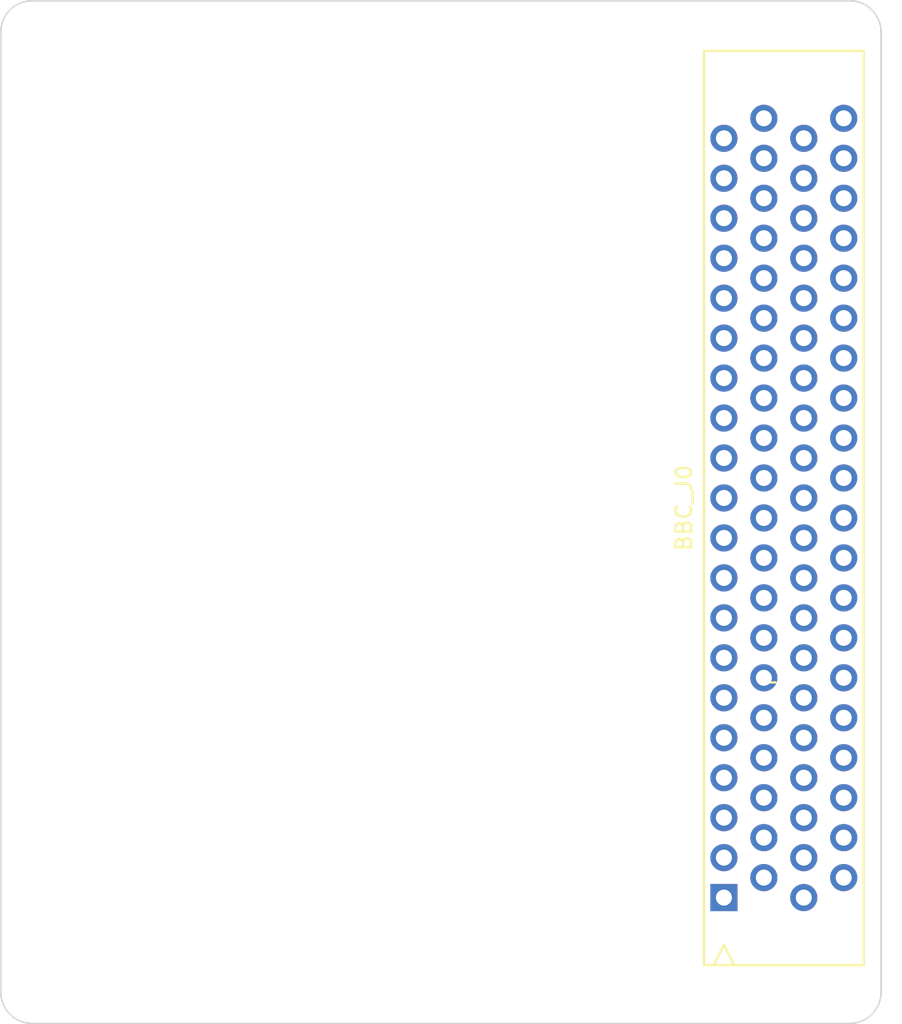
<source format=kicad_pcb>
(kicad_pcb (version 20171130) (host pcbnew 5.1.5+dfsg1-2build2)

  (general
    (thickness 1.6)
    (drawings 8)
    (tracks 0)
    (zones 0)
    (modules 1)
    (nets 71)
  )

  (page A4)
  (title_block
    (title "Democratic Sendcomm")
    (date 2020-11-20)
    (rev 0.9.0)
    (company "Europalab Devices")
    (comment 1 "Copyright © 2020, Europalab Devices")
    (comment 2 "Fulfilling requirements of 20200210")
    (comment 3 "Pending quality assurance testing")
    (comment 4 "Release revision for manufacturing")
  )

  (layers
    (0 F.Cu signal)
    (31 B.Cu signal)
    (32 B.Adhes user)
    (33 F.Adhes user)
    (34 B.Paste user)
    (35 F.Paste user)
    (36 B.SilkS user)
    (37 F.SilkS user)
    (38 B.Mask user)
    (39 F.Mask user)
    (40 Dwgs.User user)
    (41 Cmts.User user)
    (42 Eco1.User user)
    (43 Eco2.User user)
    (44 Edge.Cuts user)
    (45 Margin user)
    (46 B.CrtYd user)
    (47 F.CrtYd user)
    (48 B.Fab user)
    (49 F.Fab user)
  )

  (setup
    (last_trace_width 0.25)
    (trace_clearance 0.2)
    (zone_clearance 0.508)
    (zone_45_only no)
    (trace_min 0.2)
    (via_size 0.6)
    (via_drill 0.4)
    (via_min_size 0.4)
    (via_min_drill 0.3)
    (uvia_size 0.3)
    (uvia_drill 0.1)
    (uvias_allowed no)
    (uvia_min_size 0.2)
    (uvia_min_drill 0.1)
    (edge_width 0.00254)
    (segment_width 0.2)
    (pcb_text_width 0.3)
    (pcb_text_size 1.5 1.5)
    (mod_edge_width 0.15)
    (mod_text_size 1 1)
    (mod_text_width 0.15)
    (pad_size 1.7272 1.7272)
    (pad_drill 1.016)
    (pad_to_mask_clearance 0)
    (aux_axis_origin 0 0)
    (visible_elements 7FFFFFFF)
    (pcbplotparams
      (layerselection 0x01030_80000001)
      (usegerberextensions false)
      (usegerberattributes false)
      (usegerberadvancedattributes false)
      (creategerberjobfile false)
      (excludeedgelayer true)
      (linewidth 0.100000)
      (plotframeref false)
      (viasonmask false)
      (mode 1)
      (useauxorigin false)
      (hpglpennumber 1)
      (hpglpenspeed 20)
      (hpglpendiameter 15.000000)
      (psnegative false)
      (psa4output false)
      (plotreference true)
      (plotvalue true)
      (plotinvisibletext false)
      (padsonsilk false)
      (subtractmaskfromsilk false)
      (outputformat 4)
      (mirror false)
      (drillshape 0)
      (scaleselection 1)
      (outputdirectory ""))
  )

  (net 0 "")
  (net 1 GND)
  (net 2 +3V3)
  (net 3 EXT_UART_RX)
  (net 4 EXT_UART_TX)
  (net 5 "Net-(BBC_J0-Pad80)")
  (net 6 "Net-(BBC_J0-Pad78)")
  (net 7 "Net-(BBC_J0-Pad76)")
  (net 8 "Net-(BBC_J0-Pad74)")
  (net 9 "Net-(BBC_J0-Pad72)")
  (net 10 "Net-(BBC_J0-Pad70)")
  (net 11 "Net-(BBC_J0-Pad68)")
  (net 12 "Net-(BBC_J0-Pad66)")
  (net 13 "Net-(BBC_J0-Pad64)")
  (net 14 "Net-(BBC_J0-Pad62)")
  (net 15 "Net-(BBC_J0-Pad60)")
  (net 16 "Net-(BBC_J0-Pad58)")
  (net 17 "Net-(BBC_J0-Pad56)")
  (net 18 "Net-(BBC_J0-Pad54)")
  (net 19 "Net-(BBC_J0-Pad52)")
  (net 20 "Net-(BBC_J0-Pad50)")
  (net 21 "Net-(BBC_J0-Pad48)")
  (net 22 "Net-(BBC_J0-Pad46)")
  (net 23 "Net-(BBC_J0-Pad43)")
  (net 24 "Net-(BBC_J0-Pad47)")
  (net 25 "Net-(BBC_J0-Pad51)")
  (net 26 "Net-(BBC_J0-Pad55)")
  (net 27 "Net-(BBC_J0-Pad59)")
  (net 28 "Net-(BBC_J0-Pad63)")
  (net 29 "Net-(BBC_J0-Pad67)")
  (net 30 "Net-(BBC_J0-Pad71)")
  (net 31 "Net-(BBC_J0-Pad75)")
  (net 32 "Net-(BBC_J0-Pad79)")
  (net 33 "Net-(BBC_J0-Pad45)")
  (net 34 "Net-(BBC_J0-Pad49)")
  (net 35 "Net-(BBC_J0-Pad53)")
  (net 36 "Net-(BBC_J0-Pad57)")
  (net 37 "Net-(BBC_J0-Pad65)")
  (net 38 "Net-(BBC_J0-Pad69)")
  (net 39 "Net-(BBC_J0-Pad73)")
  (net 40 "Net-(BBC_J0-Pad44)")
  (net 41 "Net-(BBC_J0-Pad4)")
  (net 42 "Net-(BBC_J0-Pad2)")
  (net 43 "Net-(BBC_J0-Pad41)")
  (net 44 "Net-(BBC_J0-Pad37)")
  (net 45 "Net-(BBC_J0-Pad33)")
  (net 46 "Net-(BBC_J0-Pad29)")
  (net 47 "Net-(BBC_J0-Pad13)")
  (net 48 "Net-(BBC_J0-Pad39)")
  (net 49 "Net-(BBC_J0-Pad35)")
  (net 50 "Net-(BBC_J0-Pad31)")
  (net 51 "Net-(BBC_J0-Pad15)")
  (net 52 "Net-(BBC_J0-Pad6)")
  (net 53 "Net-(BBC_J0-Pad8)")
  (net 54 "Net-(BBC_J0-Pad10)")
  (net 55 "Net-(BBC_J0-Pad12)")
  (net 56 "Net-(BBC_J0-Pad14)")
  (net 57 "Net-(BBC_J0-Pad16)")
  (net 58 "Net-(BBC_J0-Pad18)")
  (net 59 "Net-(BBC_J0-Pad20)")
  (net 60 "Net-(BBC_J0-Pad22)")
  (net 61 "Net-(BBC_J0-Pad24)")
  (net 62 "Net-(BBC_J0-Pad26)")
  (net 63 "Net-(BBC_J0-Pad28)")
  (net 64 "Net-(BBC_J0-Pad30)")
  (net 65 "Net-(BBC_J0-Pad32)")
  (net 66 "Net-(BBC_J0-Pad34)")
  (net 67 "Net-(BBC_J0-Pad36)")
  (net 68 "Net-(BBC_J0-Pad38)")
  (net 69 "Net-(BBC_J0-Pad40)")
  (net 70 "Net-(BBC_J0-Pad42)")

  (net_class Default "This is the default net class."
    (clearance 0.2)
    (trace_width 0.25)
    (via_dia 0.6)
    (via_drill 0.4)
    (uvia_dia 0.3)
    (uvia_drill 0.1)
    (add_net +3V3)
    (add_net EXT_UART_RX)
    (add_net EXT_UART_TX)
    (add_net GND)
    (add_net "Net-(BBC_J0-Pad10)")
    (add_net "Net-(BBC_J0-Pad12)")
    (add_net "Net-(BBC_J0-Pad13)")
    (add_net "Net-(BBC_J0-Pad14)")
    (add_net "Net-(BBC_J0-Pad15)")
    (add_net "Net-(BBC_J0-Pad16)")
    (add_net "Net-(BBC_J0-Pad18)")
    (add_net "Net-(BBC_J0-Pad2)")
    (add_net "Net-(BBC_J0-Pad20)")
    (add_net "Net-(BBC_J0-Pad22)")
    (add_net "Net-(BBC_J0-Pad24)")
    (add_net "Net-(BBC_J0-Pad26)")
    (add_net "Net-(BBC_J0-Pad28)")
    (add_net "Net-(BBC_J0-Pad29)")
    (add_net "Net-(BBC_J0-Pad30)")
    (add_net "Net-(BBC_J0-Pad31)")
    (add_net "Net-(BBC_J0-Pad32)")
    (add_net "Net-(BBC_J0-Pad33)")
    (add_net "Net-(BBC_J0-Pad34)")
    (add_net "Net-(BBC_J0-Pad35)")
    (add_net "Net-(BBC_J0-Pad36)")
    (add_net "Net-(BBC_J0-Pad37)")
    (add_net "Net-(BBC_J0-Pad38)")
    (add_net "Net-(BBC_J0-Pad39)")
    (add_net "Net-(BBC_J0-Pad4)")
    (add_net "Net-(BBC_J0-Pad40)")
    (add_net "Net-(BBC_J0-Pad41)")
    (add_net "Net-(BBC_J0-Pad42)")
    (add_net "Net-(BBC_J0-Pad43)")
    (add_net "Net-(BBC_J0-Pad44)")
    (add_net "Net-(BBC_J0-Pad45)")
    (add_net "Net-(BBC_J0-Pad46)")
    (add_net "Net-(BBC_J0-Pad47)")
    (add_net "Net-(BBC_J0-Pad48)")
    (add_net "Net-(BBC_J0-Pad49)")
    (add_net "Net-(BBC_J0-Pad50)")
    (add_net "Net-(BBC_J0-Pad51)")
    (add_net "Net-(BBC_J0-Pad52)")
    (add_net "Net-(BBC_J0-Pad53)")
    (add_net "Net-(BBC_J0-Pad54)")
    (add_net "Net-(BBC_J0-Pad55)")
    (add_net "Net-(BBC_J0-Pad56)")
    (add_net "Net-(BBC_J0-Pad57)")
    (add_net "Net-(BBC_J0-Pad58)")
    (add_net "Net-(BBC_J0-Pad59)")
    (add_net "Net-(BBC_J0-Pad6)")
    (add_net "Net-(BBC_J0-Pad60)")
    (add_net "Net-(BBC_J0-Pad62)")
    (add_net "Net-(BBC_J0-Pad63)")
    (add_net "Net-(BBC_J0-Pad64)")
    (add_net "Net-(BBC_J0-Pad65)")
    (add_net "Net-(BBC_J0-Pad66)")
    (add_net "Net-(BBC_J0-Pad67)")
    (add_net "Net-(BBC_J0-Pad68)")
    (add_net "Net-(BBC_J0-Pad69)")
    (add_net "Net-(BBC_J0-Pad70)")
    (add_net "Net-(BBC_J0-Pad71)")
    (add_net "Net-(BBC_J0-Pad72)")
    (add_net "Net-(BBC_J0-Pad73)")
    (add_net "Net-(BBC_J0-Pad74)")
    (add_net "Net-(BBC_J0-Pad75)")
    (add_net "Net-(BBC_J0-Pad76)")
    (add_net "Net-(BBC_J0-Pad78)")
    (add_net "Net-(BBC_J0-Pad79)")
    (add_net "Net-(BBC_J0-Pad8)")
    (add_net "Net-(BBC_J0-Pad80)")
  )

  (module Elabdev:BBCMicrobit_Edge_Conn (layer F.Cu) (tedit 58F39FBE) (tstamp 5FC725D7)
    (at 166 127 90)
    (descr "BBC micro:bit vertical edge connector")
    (tags "bbc microbit edge connector vertical")
    (path /5FC734AC/5FC74F3E)
    (fp_text reference BBC_J0 (at 24.765 -2.54 90) (layer F.SilkS)
      (effects (font (size 1 1) (thickness 0.15)))
    )
    (fp_text value Microbit_Edge_Conn (at 24.8 10.5 90) (layer F.Fab)
      (effects (font (size 1 1) (thickness 0.15)))
    )
    (fp_line (start -2.27 0.09) (end -3.67 0.79) (layer F.Fab) (width 0.1))
    (fp_line (start -3.68 -0.62) (end -2.28 0.08) (layer F.Fab) (width 0.1))
    (fp_line (start -3.69 8.25) (end -3.69 -0.63) (layer F.Fab) (width 0.1))
    (fp_line (start 53.21 8.25) (end -3.69 8.25) (layer F.Fab) (width 0.1))
    (fp_line (start 53.21 -0.63) (end 53.21 8.25) (layer F.Fab) (width 0.1))
    (fp_line (start -3.69 -0.63) (end 53.21 -0.63) (layer F.Fab) (width 0.1))
    (fp_text user %R (at 24.765 3.81 90) (layer F.Fab)
      (effects (font (size 1 1) (thickness 0.15)))
    )
    (fp_line (start -4.3 -1.27) (end -4.3 8.89) (layer F.CrtYd) (width 0.05))
    (fp_line (start -4.3 8.89) (end 53.82 8.89) (layer F.CrtYd) (width 0.05))
    (fp_line (start 53.82 8.89) (end 53.82 -1.27) (layer F.CrtYd) (width 0.05))
    (fp_line (start 53.82 -1.27) (end -4.3 -1.27) (layer F.CrtYd) (width 0.05))
    (fp_line (start -4.27 -0.635) (end -3 0) (layer F.SilkS) (width 0.15))
    (fp_line (start -3 0) (end -4.27 0.635) (layer F.SilkS) (width 0.15))
    (fp_line (start 53.82 8.89) (end -4.3 8.89) (layer F.SilkS) (width 0.15))
    (fp_line (start -4.3 8.89) (end -4.3 -1.27) (layer F.SilkS) (width 0.15))
    (fp_line (start -4.3 -1.27) (end 53.82 -1.27) (layer F.SilkS) (width 0.15))
    (fp_line (start 53.82 -1.27) (end 53.82 8.89) (layer F.SilkS) (width 0.15))
    (fp_line (start 13.68 2.73) (end 13.68 3.28) (layer F.SilkS) (width 0.15))
    (pad 80 thru_hole oval (at 49.53 7.62 90) (size 1.7272 1.7272) (drill 1.016) (layers *.Cu *.Mask)
      (net 5 "Net-(BBC_J0-Pad80)"))
    (pad 78 thru_hole oval (at 48.26 5.08 90) (size 1.7272 1.7272) (drill 1.016) (layers *.Cu *.Mask)
      (net 6 "Net-(BBC_J0-Pad78)"))
    (pad 76 thru_hole oval (at 46.99 7.62 90) (size 1.7272 1.7272) (drill 1.016) (layers *.Cu *.Mask)
      (net 7 "Net-(BBC_J0-Pad76)"))
    (pad 74 thru_hole oval (at 45.72 5.08 90) (size 1.7272 1.7272) (drill 1.016) (layers *.Cu *.Mask)
      (net 8 "Net-(BBC_J0-Pad74)"))
    (pad 72 thru_hole oval (at 44.45 7.62 90) (size 1.7272 1.7272) (drill 1.016) (layers *.Cu *.Mask)
      (net 9 "Net-(BBC_J0-Pad72)"))
    (pad 70 thru_hole oval (at 43.18 5.08 90) (size 1.7272 1.7272) (drill 1.016) (layers *.Cu *.Mask)
      (net 10 "Net-(BBC_J0-Pad70)"))
    (pad 68 thru_hole oval (at 41.91 7.62 90) (size 1.7272 1.7272) (drill 1.016) (layers *.Cu *.Mask)
      (net 11 "Net-(BBC_J0-Pad68)"))
    (pad 66 thru_hole oval (at 40.64 5.08 90) (size 1.7272 1.7272) (drill 1.016) (layers *.Cu *.Mask)
      (net 12 "Net-(BBC_J0-Pad66)"))
    (pad 64 thru_hole oval (at 39.37 7.62 90) (size 1.7272 1.7272) (drill 1.016) (layers *.Cu *.Mask)
      (net 13 "Net-(BBC_J0-Pad64)"))
    (pad 62 thru_hole oval (at 38.1 5.08 90) (size 1.7272 1.7272) (drill 1.016) (layers *.Cu *.Mask)
      (net 14 "Net-(BBC_J0-Pad62)"))
    (pad 60 thru_hole oval (at 36.83 7.62 90) (size 1.7272 1.7272) (drill 1.016) (layers *.Cu *.Mask)
      (net 15 "Net-(BBC_J0-Pad60)"))
    (pad 58 thru_hole oval (at 35.56 5.08 90) (size 1.7272 1.7272) (drill 1.016) (layers *.Cu *.Mask)
      (net 16 "Net-(BBC_J0-Pad58)"))
    (pad 56 thru_hole oval (at 34.29 7.62 90) (size 1.7272 1.7272) (drill 1.016) (layers *.Cu *.Mask)
      (net 17 "Net-(BBC_J0-Pad56)"))
    (pad 54 thru_hole oval (at 33.02 5.08 90) (size 1.7272 1.7272) (drill 1.016) (layers *.Cu *.Mask)
      (net 18 "Net-(BBC_J0-Pad54)"))
    (pad 52 thru_hole oval (at 31.75 7.62 90) (size 1.7272 1.7272) (drill 1.016) (layers *.Cu *.Mask)
      (net 19 "Net-(BBC_J0-Pad52)"))
    (pad 50 thru_hole oval (at 30.48 5.08 90) (size 1.7272 1.7272) (drill 1.016) (layers *.Cu *.Mask)
      (net 20 "Net-(BBC_J0-Pad50)"))
    (pad 48 thru_hole oval (at 29.21 7.62 90) (size 1.7272 1.7272) (drill 1.016) (layers *.Cu *.Mask)
      (net 21 "Net-(BBC_J0-Pad48)"))
    (pad 46 thru_hole oval (at 27.94 5.08 90) (size 1.7272 1.7272) (drill 1.016) (layers *.Cu *.Mask)
      (net 22 "Net-(BBC_J0-Pad46)"))
    (pad 43 thru_hole oval (at 26.67 2.54 90) (size 1.7272 1.7272) (drill 1.016) (layers *.Cu *.Mask)
      (net 23 "Net-(BBC_J0-Pad43)"))
    (pad 47 thru_hole oval (at 29.21 2.54 90) (size 1.7272 1.7272) (drill 1.016) (layers *.Cu *.Mask)
      (net 24 "Net-(BBC_J0-Pad47)"))
    (pad 51 thru_hole oval (at 31.75 2.54 90) (size 1.7272 1.7272) (drill 1.016) (layers *.Cu *.Mask)
      (net 25 "Net-(BBC_J0-Pad51)"))
    (pad 55 thru_hole oval (at 34.29 2.54 90) (size 1.7272 1.7272) (drill 1.016) (layers *.Cu *.Mask)
      (net 26 "Net-(BBC_J0-Pad55)"))
    (pad 59 thru_hole oval (at 36.83 2.54 90) (size 1.7272 1.7272) (drill 1.016) (layers *.Cu *.Mask)
      (net 27 "Net-(BBC_J0-Pad59)"))
    (pad 63 thru_hole oval (at 39.37 2.54 90) (size 1.7272 1.7272) (drill 1.016) (layers *.Cu *.Mask)
      (net 28 "Net-(BBC_J0-Pad63)"))
    (pad 67 thru_hole oval (at 41.91 2.54 90) (size 1.7272 1.7272) (drill 1.016) (layers *.Cu *.Mask)
      (net 29 "Net-(BBC_J0-Pad67)"))
    (pad 71 thru_hole oval (at 44.45 2.54 90) (size 1.7272 1.7272) (drill 1.016) (layers *.Cu *.Mask)
      (net 30 "Net-(BBC_J0-Pad71)"))
    (pad 75 thru_hole oval (at 46.99 2.54 90) (size 1.7272 1.7272) (drill 1.016) (layers *.Cu *.Mask)
      (net 31 "Net-(BBC_J0-Pad75)"))
    (pad 79 thru_hole oval (at 49.53 2.54 90) (size 1.7272 1.7272) (drill 1.016) (layers *.Cu *.Mask)
      (net 32 "Net-(BBC_J0-Pad79)"))
    (pad 45 thru_hole oval (at 27.94 0 90) (size 1.7272 1.7272) (drill 1.016) (layers *.Cu *.Mask)
      (net 33 "Net-(BBC_J0-Pad45)"))
    (pad 49 thru_hole oval (at 30.48 0 90) (size 1.7272 1.7272) (drill 1.016) (layers *.Cu *.Mask)
      (net 34 "Net-(BBC_J0-Pad49)"))
    (pad 53 thru_hole oval (at 33.02 0 90) (size 1.7272 1.7272) (drill 1.016) (layers *.Cu *.Mask)
      (net 35 "Net-(BBC_J0-Pad53)"))
    (pad 57 thru_hole oval (at 35.56 0 90) (size 1.7272 1.7272) (drill 1.016) (layers *.Cu *.Mask)
      (net 36 "Net-(BBC_J0-Pad57)"))
    (pad 61 thru_hole oval (at 38.1 0 90) (size 1.7272 1.7272) (drill 1.016) (layers *.Cu *.Mask)
      (net 4 EXT_UART_TX))
    (pad 65 thru_hole oval (at 40.64 0 90) (size 1.7272 1.7272) (drill 1.016) (layers *.Cu *.Mask)
      (net 37 "Net-(BBC_J0-Pad65)"))
    (pad 69 thru_hole oval (at 43.18 0 90) (size 1.7272 1.7272) (drill 1.016) (layers *.Cu *.Mask)
      (net 38 "Net-(BBC_J0-Pad69)"))
    (pad 73 thru_hole oval (at 45.72 0 90) (size 1.7272 1.7272) (drill 1.016) (layers *.Cu *.Mask)
      (net 39 "Net-(BBC_J0-Pad73)"))
    (pad 77 thru_hole oval (at 48.26 0 90) (size 1.7272 1.7272) (drill 1.016) (layers *.Cu *.Mask)
      (net 3 EXT_UART_RX))
    (pad 44 thru_hole oval (at 26.67 7.62 90) (size 1.7272 1.7272) (drill 1.016) (layers *.Cu *.Mask)
      (net 40 "Net-(BBC_J0-Pad44)"))
    (pad 4 thru_hole oval (at 1.27 7.62 90) (size 1.7272 1.7272) (drill 1.016) (layers *.Cu *.Mask)
      (net 41 "Net-(BBC_J0-Pad4)"))
    (pad 2 thru_hole oval (at 0 5.08 90) (size 1.7272 1.7272) (drill 1.016) (layers *.Cu *.Mask)
      (net 42 "Net-(BBC_J0-Pad2)"))
    (pad 41 thru_hole oval (at 25.4 0 90) (size 1.7272 1.7272) (drill 1.016) (layers *.Cu *.Mask)
      (net 43 "Net-(BBC_J0-Pad41)"))
    (pad 37 thru_hole oval (at 22.86 0 90) (size 1.7272 1.7272) (drill 1.016) (layers *.Cu *.Mask)
      (net 44 "Net-(BBC_J0-Pad37)"))
    (pad 33 thru_hole oval (at 20.32 0 90) (size 1.7272 1.7272) (drill 1.016) (layers *.Cu *.Mask)
      (net 45 "Net-(BBC_J0-Pad33)"))
    (pad 29 thru_hole oval (at 17.78 0 90) (size 1.7272 1.7272) (drill 1.016) (layers *.Cu *.Mask)
      (net 46 "Net-(BBC_J0-Pad29)"))
    (pad 25 thru_hole oval (at 15.24 0 90) (size 1.7272 1.7272) (drill 1.016) (layers *.Cu *.Mask)
      (net 2 +3V3))
    (pad 21 thru_hole oval (at 12.7 0 90) (size 1.7272 1.7272) (drill 1.016) (layers *.Cu *.Mask)
      (net 2 +3V3))
    (pad 17 thru_hole oval (at 10.16 0 90) (size 1.7272 1.7272) (drill 1.016) (layers *.Cu *.Mask)
      (net 2 +3V3))
    (pad 13 thru_hole oval (at 7.62 0 90) (size 1.7272 1.7272) (drill 1.016) (layers *.Cu *.Mask)
      (net 47 "Net-(BBC_J0-Pad13)"))
    (pad 9 thru_hole oval (at 5.08 0 90) (size 1.7272 1.7272) (drill 1.016) (layers *.Cu *.Mask)
      (net 1 GND))
    (pad 5 thru_hole oval (at 2.54 0 90) (size 1.7272 1.7272) (drill 1.016) (layers *.Cu *.Mask)
      (net 1 GND))
    (pad 39 thru_hole oval (at 24.13 2.54 90) (size 1.7272 1.7272) (drill 1.016) (layers *.Cu *.Mask)
      (net 48 "Net-(BBC_J0-Pad39)"))
    (pad 35 thru_hole oval (at 21.59 2.54 90) (size 1.7272 1.7272) (drill 1.016) (layers *.Cu *.Mask)
      (net 49 "Net-(BBC_J0-Pad35)"))
    (pad 31 thru_hole oval (at 19.05 2.54 90) (size 1.7272 1.7272) (drill 1.016) (layers *.Cu *.Mask)
      (net 50 "Net-(BBC_J0-Pad31)"))
    (pad 27 thru_hole oval (at 16.51 2.54 90) (size 1.7272 1.7272) (drill 1.016) (layers *.Cu *.Mask)
      (net 2 +3V3))
    (pad 23 thru_hole oval (at 13.97 2.54 90) (size 1.7272 1.7272) (drill 1.016) (layers *.Cu *.Mask)
      (net 2 +3V3))
    (pad 19 thru_hole oval (at 11.43 2.54 90) (size 1.7272 1.7272) (drill 1.016) (layers *.Cu *.Mask)
      (net 2 +3V3))
    (pad 15 thru_hole oval (at 8.89 2.54 90) (size 1.7272 1.7272) (drill 1.016) (layers *.Cu *.Mask)
      (net 51 "Net-(BBC_J0-Pad15)"))
    (pad 11 thru_hole oval (at 6.35 2.54 90) (size 1.7272 1.7272) (drill 1.016) (layers *.Cu *.Mask)
      (net 1 GND))
    (pad 7 thru_hole oval (at 3.81 2.54 90) (size 1.7272 1.7272) (drill 1.016) (layers *.Cu *.Mask)
      (net 1 GND))
    (pad 3 thru_hole oval (at 1.27 2.54 90) (size 1.7272 1.7272) (drill 1.016) (layers *.Cu *.Mask)
      (net 1 GND))
    (pad 1 thru_hole rect (at 0 0 90) (size 1.7272 1.7272) (drill 1.016) (layers *.Cu *.Mask)
      (net 1 GND))
    (pad 6 thru_hole oval (at 2.54 5.08 90) (size 1.7272 1.7272) (drill 1.016) (layers *.Cu *.Mask)
      (net 52 "Net-(BBC_J0-Pad6)"))
    (pad 8 thru_hole oval (at 3.81 7.62 90) (size 1.7272 1.7272) (drill 1.016) (layers *.Cu *.Mask)
      (net 53 "Net-(BBC_J0-Pad8)"))
    (pad 10 thru_hole oval (at 5.08 5.08 90) (size 1.7272 1.7272) (drill 1.016) (layers *.Cu *.Mask)
      (net 54 "Net-(BBC_J0-Pad10)"))
    (pad 12 thru_hole oval (at 6.35 7.62 90) (size 1.7272 1.7272) (drill 1.016) (layers *.Cu *.Mask)
      (net 55 "Net-(BBC_J0-Pad12)"))
    (pad 14 thru_hole oval (at 7.62 5.08 90) (size 1.7272 1.7272) (drill 1.016) (layers *.Cu *.Mask)
      (net 56 "Net-(BBC_J0-Pad14)"))
    (pad 16 thru_hole oval (at 8.89 7.62 90) (size 1.7272 1.7272) (drill 1.016) (layers *.Cu *.Mask)
      (net 57 "Net-(BBC_J0-Pad16)"))
    (pad 18 thru_hole oval (at 10.16 5.08 90) (size 1.7272 1.7272) (drill 1.016) (layers *.Cu *.Mask)
      (net 58 "Net-(BBC_J0-Pad18)"))
    (pad 20 thru_hole oval (at 11.43 7.62 90) (size 1.7272 1.7272) (drill 1.016) (layers *.Cu *.Mask)
      (net 59 "Net-(BBC_J0-Pad20)"))
    (pad 22 thru_hole oval (at 12.7 5.08 90) (size 1.7272 1.7272) (drill 1.016) (layers *.Cu *.Mask)
      (net 60 "Net-(BBC_J0-Pad22)"))
    (pad 24 thru_hole oval (at 13.97 7.62 90) (size 1.7272 1.7272) (drill 1.016) (layers *.Cu *.Mask)
      (net 61 "Net-(BBC_J0-Pad24)"))
    (pad 26 thru_hole oval (at 15.24 5.08 90) (size 1.7272 1.7272) (drill 1.016) (layers *.Cu *.Mask)
      (net 62 "Net-(BBC_J0-Pad26)"))
    (pad 28 thru_hole oval (at 16.51 7.62 90) (size 1.7272 1.7272) (drill 1.016) (layers *.Cu *.Mask)
      (net 63 "Net-(BBC_J0-Pad28)"))
    (pad 30 thru_hole oval (at 17.78 5.08 90) (size 1.7272 1.7272) (drill 1.016) (layers *.Cu *.Mask)
      (net 64 "Net-(BBC_J0-Pad30)"))
    (pad 32 thru_hole oval (at 19.05 7.62 90) (size 1.7272 1.7272) (drill 1.016) (layers *.Cu *.Mask)
      (net 65 "Net-(BBC_J0-Pad32)"))
    (pad 34 thru_hole oval (at 20.32 5.08 90) (size 1.7272 1.7272) (drill 1.016) (layers *.Cu *.Mask)
      (net 66 "Net-(BBC_J0-Pad34)"))
    (pad 36 thru_hole oval (at 21.59 7.62 90) (size 1.7272 1.7272) (drill 1.016) (layers *.Cu *.Mask)
      (net 67 "Net-(BBC_J0-Pad36)"))
    (pad 38 thru_hole oval (at 22.86 5.08 90) (size 1.7272 1.7272) (drill 1.016) (layers *.Cu *.Mask)
      (net 68 "Net-(BBC_J0-Pad38)"))
    (pad 40 thru_hole oval (at 24.13 7.62 90) (size 1.7272 1.7272) (drill 1.016) (layers *.Cu *.Mask)
      (net 69 "Net-(BBC_J0-Pad40)"))
    (pad 42 thru_hole oval (at 25.4 5.08 90) (size 1.7272 1.7272) (drill 1.016) (layers *.Cu *.Mask)
      (net 70 "Net-(BBC_J0-Pad42)"))
    (model ${KISYS3DMOD}/Connector_4UCON.3dshapes/4UCON_17809_02x40x1.27mm_Vertical.wrl
      (at (xyz 0 0 0))
      (scale (xyz 1 1 1))
      (rotate (xyz 0 0 0))
    )
  )

  (gr_arc (start 122 133) (end 120 133) (angle -90) (layer Edge.Cuts) (width 0.1) (tstamp 5FC6C666))
  (gr_arc (start 122 72) (end 122 70) (angle -90) (layer Edge.Cuts) (width 0.1) (tstamp 5FC6C65F))
  (gr_arc (start 174 72) (end 176 72) (angle -90) (layer Edge.Cuts) (width 0.1) (tstamp 5FC6C653))
  (gr_arc (start 174 133) (end 174 135) (angle -90) (layer Edge.Cuts) (width 0.1))
  (gr_line (start 174 70) (end 122 70) (layer Edge.Cuts) (width 0.1) (tstamp 5FC63D44))
  (gr_line (start 176 133) (end 176 72) (layer Edge.Cuts) (width 0.1))
  (gr_line (start 122 135) (end 174 135) (layer Edge.Cuts) (width 0.1))
  (gr_line (start 120 72) (end 120 133) (layer Edge.Cuts) (width 0.1))

)

</source>
